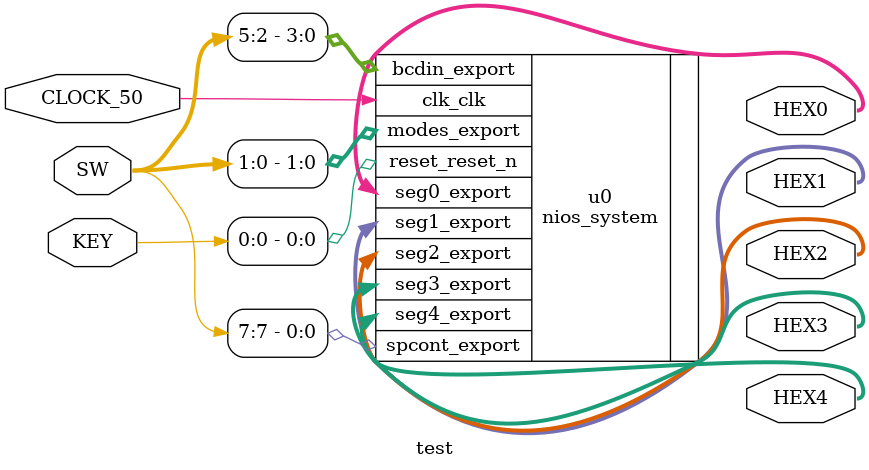
<source format=v>
module test (
	 
	input CLOCK_50, 		   
	input [3:0] KEY,			
	input [7:0] SW,
	output [7:0] HEX0,		// First 7-segment 
	output [7:0] HEX1,		// Second 7-segment 
	output [7:0] HEX2,		// Third 7-segment 
	output [7:0] HEX3,		// Fourth 7-segment 
	output [7:0] HEX4		// Fifth 7-segment 
		
);
	
	
	nios_system u0 (
		.clk_clk       (CLOCK_50),       //    clk.clk
		.modes_export  (SW[1:0]),  //  modes.export
		.bcdin_export  (SW[5:2]),  //  modes.export
		.spcont_export  (SW[7]),  //  modes.export
		//.mode_export  (SW[1:0]),  //  modes.export
		.reset_reset_n (KEY[0]), //  reset.reset_n
		.seg0_export   (HEX0),   //   seg0.export
		.seg1_export   (HEX1),   //   seg1.export
		.seg2_export   (HEX2),   //   seg2.export
		.seg3_export   (HEX3),   //   seg3.export
		.seg4_export   (HEX4)   //   seg4.export	
	);
	
	endmodule 
</source>
